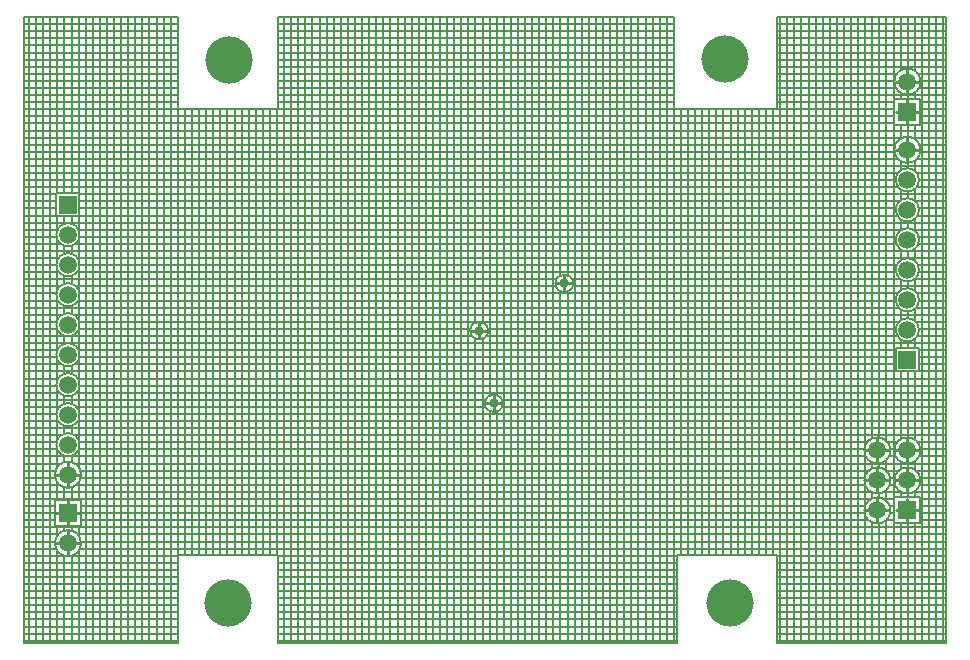
<source format=gbl>
G04*
G04 #@! TF.GenerationSoftware,Altium Limited,Altium Designer,18.0.9 (584)*
G04*
G04 Layer_Physical_Order=2*
G04 Layer_Color=16711680*
%FSLAX44Y44*%
%MOMM*%
G71*
G01*
G75*
%ADD11C,0.2000*%
%ADD12C,0.2540*%
%ADD32R,1.5000X1.5000*%
%ADD33C,1.5000*%
%ADD34C,4.0000*%
%ADD35C,0.8000*%
D11*
X768787Y485399D02*
G03*
X768787Y485399I-11040J0D01*
G01*
X768740Y427670D02*
G03*
X768740Y427670I-11040J0D01*
G01*
X767470Y402270D02*
G03*
X767470Y402270I-9770J0D01*
G01*
Y376870D02*
G03*
X767470Y376870I-9770J0D01*
G01*
Y351470D02*
G03*
X767470Y351470I-9770J0D01*
G01*
Y326070D02*
G03*
X767470Y326070I-9770J0D01*
G01*
Y300670D02*
G03*
X767470Y300670I-9770J0D01*
G01*
Y275270D02*
G03*
X767470Y275270I-9770J0D01*
G01*
X474790Y314500D02*
G03*
X474790Y314500I-7540J0D01*
G01*
X415040Y213000D02*
G03*
X415040Y213000I-7540J0D01*
G01*
X402693Y274552D02*
G03*
X402693Y274552I-7540J0D01*
G01*
X768730Y173140D02*
G03*
X768730Y173140I-11040J0D01*
G01*
X743330D02*
G03*
X743330Y173140I-11040J0D01*
G01*
X768730Y147740D02*
G03*
X768730Y147740I-11040J0D01*
G01*
X743330D02*
G03*
X743330Y147740I-11040J0D01*
G01*
Y122340D02*
G03*
X743330Y122340I-11040J0D01*
G01*
X56740Y355730D02*
G03*
X56740Y355730I-9770J0D01*
G01*
Y330330D02*
G03*
X56740Y330330I-9770J0D01*
G01*
Y304930D02*
G03*
X56740Y304930I-9770J0D01*
G01*
Y203330D02*
G03*
X56740Y203330I-9770J0D01*
G01*
Y279530D02*
G03*
X56740Y279530I-9770J0D01*
G01*
Y254130D02*
G03*
X56740Y254130I-9770J0D01*
G01*
Y228730D02*
G03*
X56740Y228730I-9770J0D01*
G01*
Y177930D02*
G03*
X56740Y177930I-9770J0D01*
G01*
X58010Y152530D02*
G03*
X58010Y152530I-11040J0D01*
G01*
X58043Y94601D02*
G03*
X58043Y94601I-11040J0D01*
G01*
X768771Y485998D02*
X790000D01*
X767375Y479998D02*
X790000D01*
X766597Y491998D02*
X790000D01*
X768787Y455998D02*
X790000D01*
X768787Y467998D02*
X790000D01*
X763997Y471039D02*
Y476299D01*
X768787Y448959D02*
Y471039D01*
X763997Y494499D02*
Y540000D01*
X768787Y449998D02*
X790000D01*
X768787Y461998D02*
X790000D01*
X767856Y431998D02*
X790000D01*
X768613Y425998D02*
X790000D01*
X765639Y419998D02*
X790000D01*
X765614Y407998D02*
X790000D01*
X765191Y395998D02*
X790000D01*
X763997Y409740D02*
Y418602D01*
Y436738D02*
Y448959D01*
X767466Y401998D02*
X790000D01*
X763997Y384340D02*
Y394800D01*
X647500Y539998D02*
X790000D01*
X647500Y533998D02*
X790000D01*
X647500Y540000D02*
X790000D01*
X647500Y521998D02*
X790000D01*
X647500Y527998D02*
X790000D01*
X647500Y509998D02*
X790000D01*
X647500Y503998D02*
X790000D01*
X647500Y515998D02*
X790000D01*
X647500Y497998D02*
X790000D01*
X746707Y471039D02*
X768787D01*
X647500Y473998D02*
X790000D01*
X761600Y437998D02*
X790000D01*
X746707Y448959D02*
X768787D01*
X766645Y329999D02*
X790000D01*
X767248Y323998D02*
X790000D01*
X765889Y305998D02*
X790000D01*
X767447Y299998D02*
X790000D01*
X764837Y293999D02*
X790000D01*
X767405Y377998D02*
X790000D01*
X766169Y371998D02*
X790000D01*
X764381Y383998D02*
X790000D01*
X767137Y353998D02*
X790000D01*
X766832Y347998D02*
X790000D01*
X767443Y275999D02*
X790000D01*
X765926Y269999D02*
X790000D01*
X764784Y281999D02*
X790000D01*
X767470Y251999D02*
X790000D01*
X767470Y257999D02*
X790000D01*
X767470Y245999D02*
X790000D01*
X767470Y240100D02*
Y259640D01*
X768697Y173999D02*
X790000D01*
X766341Y179999D02*
X790000D01*
X762467Y359998D02*
X790000D01*
X760096Y341998D02*
X790000D01*
X763205Y317999D02*
X790000D01*
X474363Y311999D02*
X790000D01*
X763997Y358940D02*
Y369400D01*
Y333540D02*
Y344000D01*
Y308140D02*
Y318600D01*
X414418Y215999D02*
X790000D01*
X414417Y209999D02*
X790000D01*
X763997Y282740D02*
Y293200D01*
X747930Y259640D02*
X767470D01*
X763997Y182201D02*
Y240100D01*
X747930D02*
X767470D01*
X757997Y496436D02*
Y540000D01*
X751997Y494824D02*
Y540000D01*
Y471039D02*
Y475975D01*
X757997Y471039D02*
Y474362D01*
Y438706D02*
Y448959D01*
Y386636D02*
Y392505D01*
Y412035D02*
Y416634D01*
X751997Y410203D02*
Y418217D01*
Y437123D02*
Y448959D01*
Y359403D02*
Y368937D01*
Y384803D02*
Y394337D01*
X647500Y485998D02*
X746723D01*
X647500Y479998D02*
X748118D01*
X647500Y491998D02*
X748896D01*
X647500Y467998D02*
X746707D01*
X560000Y462500D02*
Y540000D01*
X647500Y462500D02*
Y540000D01*
X469997Y321522D02*
Y540000D01*
X746707Y448959D02*
Y471039D01*
X560000Y462500D02*
X647500D01*
X727997Y183311D02*
Y540000D01*
X721997Y177132D02*
Y540000D01*
X463997Y321302D02*
Y540000D01*
X739997Y181045D02*
Y540000D01*
X733997Y184047D02*
Y540000D01*
X397998Y281534D02*
Y540000D01*
X391998Y281400D02*
Y540000D01*
X409998Y220114D02*
Y540000D01*
X403998Y219677D02*
Y540000D01*
X757997Y335835D02*
Y341704D01*
Y310436D02*
Y316304D01*
Y361236D02*
Y367104D01*
X763997Y259640D02*
Y267800D01*
X757997Y285035D02*
Y290905D01*
X751997Y334003D02*
Y343537D01*
Y308603D02*
Y318137D01*
X473929Y317999D02*
X752195D01*
X757997Y259640D02*
Y265504D01*
X751997Y283203D02*
Y292737D01*
Y259640D02*
Y267337D01*
X757997Y184176D02*
Y240100D01*
X751997Y182599D02*
Y240100D01*
X740941Y179999D02*
X749039D01*
X747930Y240100D02*
Y259640D01*
X743297Y173999D02*
X746684D01*
X402552Y275999D02*
X747957D01*
X396333Y281999D02*
X750616D01*
X401163Y269999D02*
X749474D01*
X767460Y167999D02*
X790000D01*
X768496Y149999D02*
X790000D01*
X765016Y155999D02*
X790000D01*
X768077Y143999D02*
X790000D01*
X762886Y137999D02*
X790000D01*
X757997Y158776D02*
Y162104D01*
X763997Y156801D02*
Y164079D01*
X775997Y10000D02*
Y540000D01*
X781997Y10000D02*
Y540000D01*
X769997Y10000D02*
Y540000D01*
X790000Y10000D02*
Y540000D01*
X787997Y10000D02*
Y540000D01*
X763997Y133380D02*
Y138679D01*
X757997Y133380D02*
Y136704D01*
X751997Y133380D02*
Y138281D01*
X742060Y167999D02*
X747920D01*
X751997Y157199D02*
Y163681D01*
X739616Y155999D02*
X750364D01*
X739997Y155645D02*
Y165235D01*
X743096Y149999D02*
X746884D01*
X733997Y158647D02*
Y162233D01*
X745997Y10000D02*
Y540000D01*
X742677Y143999D02*
X747303D01*
X737486Y137999D02*
X752495D01*
X739997Y130245D02*
Y139835D01*
X733997Y133247D02*
Y136833D01*
X768730Y131999D02*
X790000D01*
X768730Y125999D02*
X790000D01*
X746650Y133380D02*
X768730D01*
Y113999D02*
X790000D01*
X768730Y119999D02*
X790000D01*
X742706Y125999D02*
X746650D01*
X743079Y119999D02*
X746650D01*
X768730Y111300D02*
Y133380D01*
X746650Y111300D02*
X768730D01*
X763997Y10000D02*
Y111300D01*
X757997Y10000D02*
Y111300D01*
X746650D02*
Y133380D01*
X739997Y10000D02*
Y114435D01*
X751997Y10000D02*
Y111300D01*
X739522Y113999D02*
X746650D01*
X647500Y77999D02*
X790000D01*
X647500Y71999D02*
X790000D01*
X647500Y83999D02*
X790000D01*
X647500Y53999D02*
X790000D01*
X647500Y59999D02*
X790000D01*
X737637Y131999D02*
X746650D01*
X647500Y65999D02*
X790000D01*
X647500Y41999D02*
X790000D01*
X647500Y35999D02*
X790000D01*
X647500Y47999D02*
X790000D01*
X647500Y23999D02*
X790000D01*
X647500Y29999D02*
X790000D01*
X733997Y10000D02*
Y111433D01*
X647500Y17999D02*
X790000D01*
X647500Y10000D02*
X790000D01*
X647500Y11999D02*
X790000D01*
X559997Y10000D02*
Y540000D01*
X649997Y10000D02*
Y540000D01*
X553997Y10000D02*
Y540000D01*
X661997Y10000D02*
Y540000D01*
X655997Y10000D02*
Y540000D01*
X529997Y10000D02*
Y540000D01*
X535997Y10000D02*
Y540000D01*
X523997Y10000D02*
Y540000D01*
X547997Y10000D02*
Y540000D01*
X541997Y10000D02*
Y540000D01*
X697997Y10000D02*
Y540000D01*
X703997Y10000D02*
Y540000D01*
X691997Y10000D02*
Y540000D01*
X715997Y10000D02*
Y540000D01*
X709997Y10000D02*
Y540000D01*
X673997Y10000D02*
Y540000D01*
X667997Y10000D02*
Y540000D01*
X685997Y10000D02*
Y540000D01*
X679997Y10000D02*
Y540000D01*
X421998Y10000D02*
Y540000D01*
X427998Y10000D02*
Y540000D01*
X415998Y10000D02*
Y540000D01*
X451997Y10000D02*
Y540000D01*
X433998Y10000D02*
Y540000D01*
X367998Y10000D02*
Y540000D01*
X373998Y10000D02*
Y540000D01*
X361998Y10000D02*
Y540000D01*
X385998Y10000D02*
Y540000D01*
X379998Y10000D02*
Y540000D01*
X499997Y10000D02*
Y540000D01*
X505997Y10000D02*
Y540000D01*
X493997Y10000D02*
Y540000D01*
X517997Y10000D02*
Y540000D01*
X511997Y10000D02*
Y540000D01*
X475998Y10000D02*
Y540000D01*
X457998Y10000D02*
Y540000D01*
X487998Y10000D02*
Y540000D01*
X481997Y10000D02*
Y540000D01*
X727997Y157911D02*
Y162969D01*
X721997Y151732D02*
Y169148D01*
Y126332D02*
Y143748D01*
X727997Y132511D02*
Y137569D01*
X643997Y85000D02*
Y462500D01*
X721997Y10000D02*
Y118348D01*
X637997Y85000D02*
Y462500D01*
X727997Y10000D02*
Y112169D01*
X647500Y10000D02*
Y85000D01*
X619997D02*
Y462500D01*
X613997Y85000D02*
Y462500D01*
X631997Y85000D02*
Y462500D01*
X625997Y85000D02*
Y462500D01*
X595997Y85000D02*
Y462500D01*
X601997Y85000D02*
Y462500D01*
X589997Y85000D02*
Y462500D01*
X607997Y85000D02*
Y462500D01*
X562500Y85000D02*
X647500D01*
X571997D02*
Y462500D01*
X565997Y85000D02*
Y462500D01*
X583997Y85000D02*
Y462500D01*
X577997Y85000D02*
Y462500D01*
X445998Y10000D02*
Y540000D01*
X463997Y10000D02*
Y307698D01*
X439998Y10000D02*
Y540000D01*
X562500Y10000D02*
Y85000D01*
X469997Y10000D02*
Y307478D01*
X397998Y10000D02*
Y267569D01*
X391998Y10000D02*
Y267703D01*
X409998Y10000D02*
Y205886D01*
X403998Y10000D02*
Y206323D01*
X225000Y533998D02*
X560000D01*
X225000Y527998D02*
X560000D01*
X225000Y539998D02*
X560000D01*
X225000Y509998D02*
X560000D01*
X225000Y521998D02*
X560000D01*
X225000Y540000D02*
X560000D01*
X225000Y515998D02*
X560000D01*
X10000Y527998D02*
X140000D01*
X225000Y503998D02*
X560000D01*
X10000Y509998D02*
X140000D01*
X225000Y491998D02*
X560000D01*
X225000Y485998D02*
X560000D01*
X225000Y497998D02*
X560000D01*
X225000Y473998D02*
X560000D01*
X225000Y479998D02*
X560000D01*
X225000Y462500D02*
Y540000D01*
X140000Y462500D02*
Y540000D01*
X225000Y467998D02*
X560000D01*
X140000Y462500D02*
X225000D01*
X10000Y485998D02*
X140000D01*
X10000Y479998D02*
X140000D01*
X10000Y497998D02*
X140000D01*
X10000Y467998D02*
X140000D01*
X10000Y473998D02*
X140000D01*
X10000Y533998D02*
X140000D01*
X10000Y521998D02*
X140000D01*
X10000Y540000D02*
X140000D01*
X10000Y503998D02*
X140000D01*
X10000Y515998D02*
X140000D01*
X10000Y437998D02*
X753800D01*
X10000Y431998D02*
X747544D01*
X10000Y443998D02*
X790000D01*
X10000Y413998D02*
X790000D01*
X10000Y419998D02*
X749761D01*
X10000Y455998D02*
X746707D01*
X10000Y461998D02*
X746707D01*
X10000Y425998D02*
X746787D01*
X10000Y449998D02*
X746707D01*
X56740Y389998D02*
X790000D01*
X56740Y383998D02*
X751019D01*
X55758Y359998D02*
X752933D01*
X56681Y305998D02*
X749511D01*
X54928Y335998D02*
X790000D01*
X56740Y377998D02*
X747995D01*
X56740Y371998D02*
X749231D01*
X56585Y353998D02*
X748263D01*
X56734Y329999D02*
X748755D01*
X54411Y323998D02*
X748152D01*
X55404Y299998D02*
X747953D01*
X56713Y227999D02*
X790000D01*
X55198Y233999D02*
X790000D01*
X56717Y203999D02*
X790000D01*
X55157Y197999D02*
X790000D01*
X56423Y281999D02*
X393972D01*
X56079Y275999D02*
X387753D01*
X56505Y251999D02*
X747930D01*
X55941Y257999D02*
X747930D01*
X10000Y365998D02*
X790000D01*
X10000Y341998D02*
X755304D01*
X10000Y395998D02*
X750209D01*
X51842Y287999D02*
X790000D01*
X10000Y293999D02*
X750563D01*
X10000Y401998D02*
X747934D01*
X52943Y347998D02*
X748568D01*
X10000Y407998D02*
X749786D01*
X53715Y311999D02*
X460137D01*
X10000Y317999D02*
X460571D01*
X10000Y239999D02*
X790000D01*
X54051Y221999D02*
X790000D01*
X10000Y263999D02*
X790000D01*
X52479Y185999D02*
X790000D01*
X10000Y191999D02*
X790000D01*
X52386Y245999D02*
X747930D01*
X49116Y269999D02*
X389142D01*
X54110Y209999D02*
X400583D01*
X10000Y215999D02*
X400582D01*
X55998Y390900D02*
Y540000D01*
X56740Y371360D02*
Y390900D01*
X37200Y371360D02*
X56740D01*
X55998Y359464D02*
Y371360D01*
X49998Y365019D02*
Y371360D01*
X43998Y390900D02*
Y540000D01*
X49998Y390900D02*
Y540000D01*
X37998Y390900D02*
Y540000D01*
X43998Y365037D02*
Y371360D01*
X37998Y359598D02*
Y371360D01*
X55998Y334064D02*
Y351996D01*
Y308664D02*
Y326596D01*
X49998Y339619D02*
Y346441D01*
X55998Y283264D02*
Y301196D01*
X49998Y314219D02*
Y321041D01*
X43998Y339637D02*
Y346423D01*
X37998Y334198D02*
Y351862D01*
X43998Y314237D02*
Y321023D01*
X37998Y308798D02*
Y326462D01*
X10000Y491998D02*
X140000D01*
X37200Y390900D02*
X56740D01*
X10000Y539998D02*
X140000D01*
X10000Y353998D02*
X37355D01*
X10000Y359998D02*
X38182D01*
X10000Y389998D02*
X37200D01*
Y371360D02*
Y390900D01*
X10000Y383998D02*
X37200D01*
X10000Y371998D02*
X37200D01*
X10000Y377998D02*
X37200D01*
X10000Y347998D02*
X40997D01*
X10000Y311999D02*
X40225D01*
X10000Y329999D02*
X37206D01*
X10000Y335998D02*
X39012D01*
X10000Y305998D02*
X37259D01*
X10000Y323998D02*
X39529D01*
X49998Y288819D02*
Y295641D01*
X55998Y257864D02*
Y275796D01*
X49998Y263419D02*
Y270241D01*
Y238019D02*
Y244841D01*
X43998Y263437D02*
Y270223D01*
Y288837D02*
Y295623D01*
X37998Y283398D02*
Y301062D01*
Y257998D02*
Y275662D01*
X43998Y238037D02*
Y244823D01*
X37998Y232598D02*
Y250262D01*
X55998Y232464D02*
Y250396D01*
Y207064D02*
Y224996D01*
X49998Y212619D02*
Y219441D01*
Y187219D02*
Y194041D01*
X43998Y212637D02*
Y219423D01*
X37998Y207198D02*
Y224862D01*
X43998Y187237D02*
Y194023D01*
X37998Y181798D02*
Y199462D01*
X10000Y299998D02*
X38536D01*
X10000Y287999D02*
X42098D01*
X10000Y245999D02*
X41554D01*
X10000Y269999D02*
X44824D01*
X10000Y275999D02*
X37861D01*
X10000Y281999D02*
X37517D01*
X10000Y251999D02*
X37435D01*
X10000Y257999D02*
X37998D01*
X10000Y221999D02*
X39889D01*
X10000Y185999D02*
X41461D01*
X10000Y209999D02*
X39830D01*
X10000Y227999D02*
X37227D01*
X10000Y233999D02*
X38742D01*
X10000Y197999D02*
X38783D01*
X10000Y203999D02*
X37223D01*
X283998Y10000D02*
Y540000D01*
X289998Y10000D02*
Y540000D01*
X277998Y10000D02*
Y540000D01*
X301998Y10000D02*
Y540000D01*
X295998Y10000D02*
Y540000D01*
X253998Y10000D02*
Y540000D01*
X259998Y10000D02*
Y540000D01*
X247998Y10000D02*
Y540000D01*
X271998Y10000D02*
Y540000D01*
X265998Y10000D02*
Y540000D01*
X337998Y10000D02*
Y540000D01*
X343998Y10000D02*
Y540000D01*
X331998Y10000D02*
Y540000D01*
X355998Y10000D02*
Y540000D01*
X349998Y10000D02*
Y540000D01*
X313998Y10000D02*
Y540000D01*
X307998Y10000D02*
Y540000D01*
X325998Y10000D02*
Y540000D01*
X319998Y10000D02*
Y540000D01*
X217998Y85000D02*
Y462500D01*
X223998Y85000D02*
Y462500D01*
X211998Y85000D02*
Y462500D01*
X56519Y179999D02*
X723639D01*
X55914Y173999D02*
X721283D01*
X187998Y85000D02*
Y462500D01*
X193998Y85000D02*
Y462500D01*
X157998Y85000D02*
Y462500D01*
X205998Y85000D02*
Y462500D01*
X199998Y85000D02*
Y462500D01*
X235998Y10000D02*
Y540000D01*
X241998Y10000D02*
Y540000D01*
X229998Y10000D02*
Y540000D01*
X181998Y85000D02*
Y462500D01*
X175998Y85000D02*
Y462500D01*
X151998Y85000D02*
Y462500D01*
X145998Y85000D02*
Y462500D01*
X169998Y85000D02*
Y462500D01*
X163998Y85000D02*
Y462500D01*
X58043Y113999D02*
X725058D01*
X225000Y83999D02*
X562500D01*
X58043Y125999D02*
X721874D01*
X225000Y71999D02*
X562500D01*
X225000Y77999D02*
X562500D01*
X225000Y65999D02*
X562500D01*
X225000Y59999D02*
X562500D01*
X140000Y85000D02*
X225000D01*
Y47999D02*
X562500D01*
X225000Y53999D02*
X562500D01*
X225000Y35999D02*
X562500D01*
X225000Y29999D02*
X562500D01*
X225000Y41999D02*
X562500D01*
X225000Y17999D02*
X562500D01*
X225000Y23999D02*
X562500D01*
X225000Y10000D02*
Y85000D01*
X140000Y10000D02*
Y85000D01*
X225000Y10000D02*
X562500D01*
X225000Y11999D02*
X562500D01*
X52647Y161999D02*
X790000D01*
X10000Y137999D02*
X727095D01*
X10000Y131999D02*
X726943D01*
X55198Y101999D02*
X790000D01*
X10000Y107999D02*
X790000D01*
X57451Y155999D02*
X724964D01*
X57716Y149999D02*
X721484D01*
X10000Y167999D02*
X722520D01*
X58043Y119999D02*
X721501D01*
X53977Y143999D02*
X721903D01*
X57954Y95999D02*
X790000D01*
X57038Y89999D02*
X790000D01*
X50082Y83999D02*
X140000D01*
X10000Y41999D02*
X140000D01*
X10000Y77999D02*
X140000D01*
X10000Y29999D02*
X140000D01*
X10000Y35999D02*
X140000D01*
X10000Y10000D02*
X140000D01*
X10000Y23999D02*
X140000D01*
X109998Y10000D02*
Y540000D01*
X115998Y10000D02*
Y540000D01*
X103998Y10000D02*
Y540000D01*
X139998Y10000D02*
Y540000D01*
X121998Y10000D02*
Y540000D01*
X55998Y181664D02*
Y199596D01*
Y158884D02*
Y174196D01*
X49998Y163146D02*
Y168641D01*
X55998Y131041D02*
Y146176D01*
X91998Y10000D02*
Y540000D01*
X97998Y10000D02*
Y540000D01*
X85998Y10000D02*
Y540000D01*
X133998Y10000D02*
Y540000D01*
X127998Y10000D02*
Y540000D01*
X67998Y10000D02*
Y540000D01*
X61998Y10000D02*
Y540000D01*
X79998Y10000D02*
Y540000D01*
X73998Y10000D02*
Y540000D01*
X43998Y163163D02*
Y168623D01*
X10000Y161999D02*
X41293D01*
X10000Y179999D02*
X37422D01*
X37998Y158964D02*
Y174062D01*
X10000Y173999D02*
X38026D01*
X10000Y149999D02*
X36224D01*
X10000Y155999D02*
X36489D01*
X31998Y10000D02*
Y540000D01*
X37998Y131041D02*
Y146096D01*
X10000Y143999D02*
X39963D01*
X13998Y10000D02*
Y540000D01*
X10000Y10000D02*
Y540000D01*
X25998Y10000D02*
Y540000D01*
X19998Y10000D02*
Y540000D01*
X49998Y131041D02*
Y141913D01*
X58043Y108961D02*
Y131041D01*
X55998Y101002D02*
Y108961D01*
X49998Y105227D02*
Y108961D01*
X43998Y131041D02*
Y141897D01*
Y105224D02*
Y108961D01*
X55998Y10000D02*
Y88200D01*
X49998Y10000D02*
Y83975D01*
X37998Y100988D02*
Y108961D01*
X43998Y10000D02*
Y83978D01*
X37998Y10000D02*
Y88214D01*
X35963Y131041D02*
X58043D01*
X35963Y108961D02*
X58043D01*
X10000Y101999D02*
X38809D01*
X10000Y89999D02*
X36968D01*
X10000Y95999D02*
X36052D01*
X35963Y108961D02*
Y131041D01*
X10000Y125999D02*
X35963D01*
X10000Y113999D02*
X35963D01*
X10000Y119999D02*
X35963D01*
X10000Y53999D02*
X140000D01*
X10000Y47999D02*
X140000D01*
X10000Y59999D02*
X140000D01*
X10000Y11999D02*
X140000D01*
X10000Y17999D02*
X140000D01*
X10000Y83999D02*
X43925D01*
X10000Y65999D02*
X140000D01*
X10000Y71999D02*
X140000D01*
D12*
X757747Y485399D02*
X767787D01*
X757747Y459999D02*
X767787D01*
X757700Y427670D02*
X767740D01*
X757690Y173140D02*
X767730D01*
X757747Y485399D02*
Y495439D01*
Y475359D02*
Y485399D01*
X747707D02*
X757747D01*
Y449959D02*
Y459999D01*
X747707D02*
X757747D01*
Y470039D01*
X757700Y427670D02*
Y437710D01*
Y417630D02*
Y427670D01*
X747660D02*
X757700D01*
X757690Y173140D02*
Y183180D01*
X732290Y173140D02*
Y183180D01*
X722250Y173140D02*
X732290D01*
X467250Y314500D02*
Y321040D01*
Y314500D02*
X473790D01*
X467250Y307960D02*
Y314500D01*
X460710D02*
X467250D01*
X395153Y274552D02*
Y281091D01*
X388613Y274552D02*
X395153D01*
X407500Y213000D02*
Y219540D01*
Y213000D02*
X414040D01*
X407500Y206460D02*
Y213000D01*
X395153Y268011D02*
Y274552D01*
X400960Y213000D02*
X407500D01*
X395153Y274552D02*
X401693D01*
X757690Y163100D02*
Y173140D01*
Y147740D02*
X767730D01*
X757690D02*
Y157780D01*
Y137700D02*
Y147740D01*
X747650Y173140D02*
X757690D01*
X732290D02*
X742330D01*
X747650Y147740D02*
X757690D01*
X732290D02*
X742330D01*
X757690Y122340D02*
X767730D01*
X757690D02*
Y132380D01*
X747650Y122340D02*
X757690D01*
Y112300D02*
Y122340D01*
X732290D02*
Y132380D01*
Y122340D02*
X742330D01*
X732290Y147740D02*
Y157780D01*
Y137700D02*
Y147740D01*
Y163100D02*
Y173140D01*
X722250Y122340D02*
X732290D01*
X722250Y147740D02*
X732290D01*
Y112300D02*
Y122340D01*
X46970Y152530D02*
X57010D01*
X46970D02*
Y162570D01*
X36930Y152530D02*
X46970D01*
Y142490D02*
Y152530D01*
X47003Y120001D02*
X57043D01*
X47003D02*
Y130041D01*
Y109961D02*
Y120001D01*
X36963D02*
X47003D01*
Y94601D02*
X57043D01*
X47003D02*
Y104641D01*
X36963Y94601D02*
X47003D01*
Y84561D02*
Y94601D01*
D32*
X757747Y459999D02*
D03*
X47003Y120001D02*
D03*
X757700Y249870D02*
D03*
X757690Y122340D02*
D03*
X46970Y381130D02*
D03*
D33*
X757747Y485399D02*
D03*
X47003Y94601D02*
D03*
X757700Y427670D02*
D03*
Y402270D02*
D03*
Y376870D02*
D03*
Y351470D02*
D03*
Y326070D02*
D03*
Y300670D02*
D03*
Y275270D02*
D03*
X732290Y173140D02*
D03*
Y147740D02*
D03*
Y122340D02*
D03*
X757690Y173140D02*
D03*
Y147740D02*
D03*
X46970Y330330D02*
D03*
Y152530D02*
D03*
Y177930D02*
D03*
Y203330D02*
D03*
Y228730D02*
D03*
Y254130D02*
D03*
Y279530D02*
D03*
Y304930D02*
D03*
Y355730D02*
D03*
D34*
X603072Y504552D02*
D03*
X183210Y503790D02*
D03*
X182702Y44050D02*
D03*
X607136D02*
D03*
D35*
X395153Y274552D02*
D03*
X407500Y213000D02*
D03*
X467250Y314500D02*
D03*
M02*

</source>
